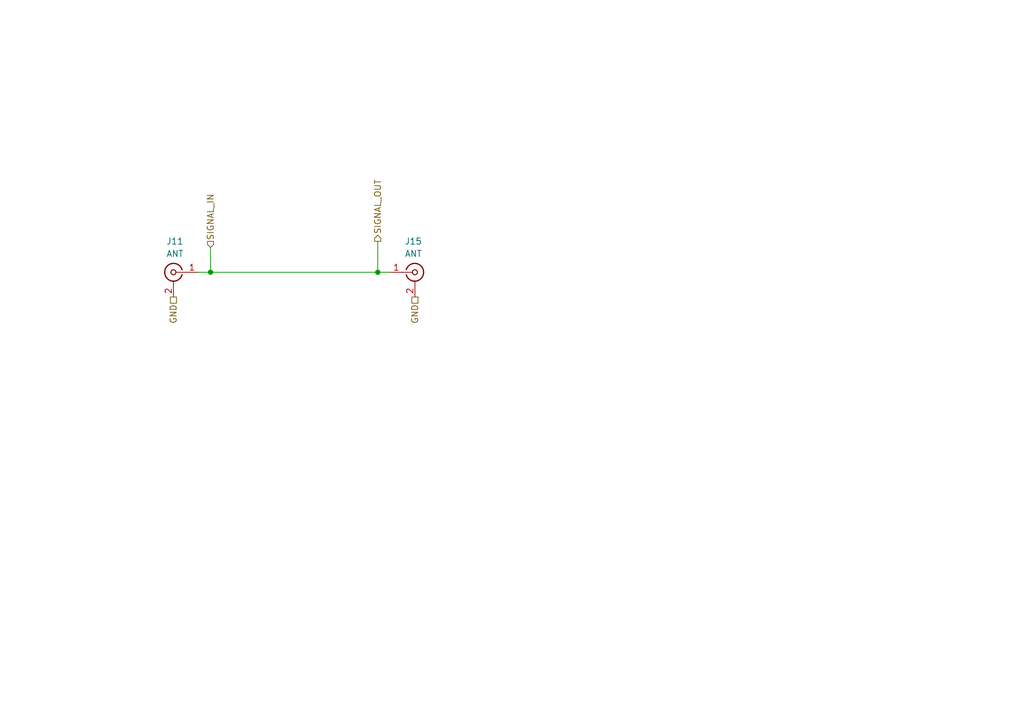
<source format=kicad_sch>
(kicad_sch (version 20231120) (generator "eeschema") (generator_version "8.0")
  (paper "A5")
  (title_block (title "SMDFilter") (date "2025-04-08") (rev "v1.0"))
  (lib_symbols
    (symbol "Connector:Conn_Coaxial" (pin_names (offset 1.016) hide)
      (property "Reference" "J" (at 0.254 3.048 0))
      (property "Value" "Conn_Coaxial" (at 2.921 0 90))
      (symbol "Conn_Coaxial_0_1"
        (arc (start -1.778 -0.508) (mid 0.2311 -1.8066) (end 1.778 0) (stroke (width 0.254)))
        (polyline (pts (xy -2.54 0) (xy -0.508 0)))
        (polyline (pts (xy 0 -2.54) (xy 0 -1.778)))
        (circle (center 0 0) (radius 0.508) (stroke (width 0.2032)))
        (arc (start 1.778 0) (mid 0.2099 1.8101) (end -1.778 0.508) (stroke (width 0.254)))
      )
      (symbol "Conn_Coaxial_1_1"
        (pin passive line (at -5.08 0 0) (length 2.54) (name "In") (number "1"))
        (pin passive line (at 0 -5.08 90) (length 2.54) (name "Ext") (number "2"))
      )
    )
  )
  (junction (at 77.47 55.88))
  (junction (at 43.18 55.88))
  (wire (pts (xy 40.64 55.88) (xy 43.18 55.88)))
  (wire (pts (xy 77.47 49.53) (xy 77.47 55.88)))
  (wire (pts (xy 77.47 55.88) (xy 80.01 55.88)))
  (wire (pts (xy 43.18 50.8) (xy 43.18 55.88)))
  (wire (pts (xy 43.18 55.88) (xy 77.47 55.88)))
  (hierarchical_label "GND" (shape passive) (at 35.56 60.96 270))
  (hierarchical_label "SIGNAL_OUT" (shape output) (at 77.47 49.53 90))
  (hierarchical_label "SIGNAL_IN" (shape input) (at 43.18 50.8 90))
  (hierarchical_label "GND" (shape passive) (at 85.09 60.96 270))
  (symbol (lib_id "Connector:Conn_Coaxial") (at 85.09 55.88 0) (unit 1)
    (property "Reference" "J15" (at 84.7726 49.53 0))
    (property "Value" "ANT" (at 84.7726 52.07 0))
    (property "Footprint" "Library:CONN_142-0711-821_CIN" (effects (hide yes)))
    (property "Description" "coaxial connector (BNC, SMA, SMB, SMC, Cinch/RCA, LEMO, ...)" (effects (hide yes)))
    (instances (project "RCA Radio Telescope" (path "" (reference "J15") (unit 1)) (path "" (reference "J21") (unit 1)) (path "" (reference "J19") (unit 1))))
  )
  (symbol (lib_id "Connector:Conn_Coaxial") (at 35.56 55.88 0) (mirror y) (unit 1)
    (property "Reference" "J11" (at 35.8774 49.53 0))
    (property "Value" "ANT" (at 35.8774 52.07 0))
    (property "Footprint" "Library:CONN_142-0711-821_CIN" (effects (hide yes)))
    (property "Description" "coaxial connector (BNC, SMA, SMB, SMC, Cinch/RCA, LEMO, ...)" (effects (hide yes)))
    (instances (project "RCA Radio Telescope" (path "" (reference "J11") (unit 1)) (path "" (reference "J20") (unit 1)) (path "" (reference "J18") (unit 1))))
  )
)
</source>
